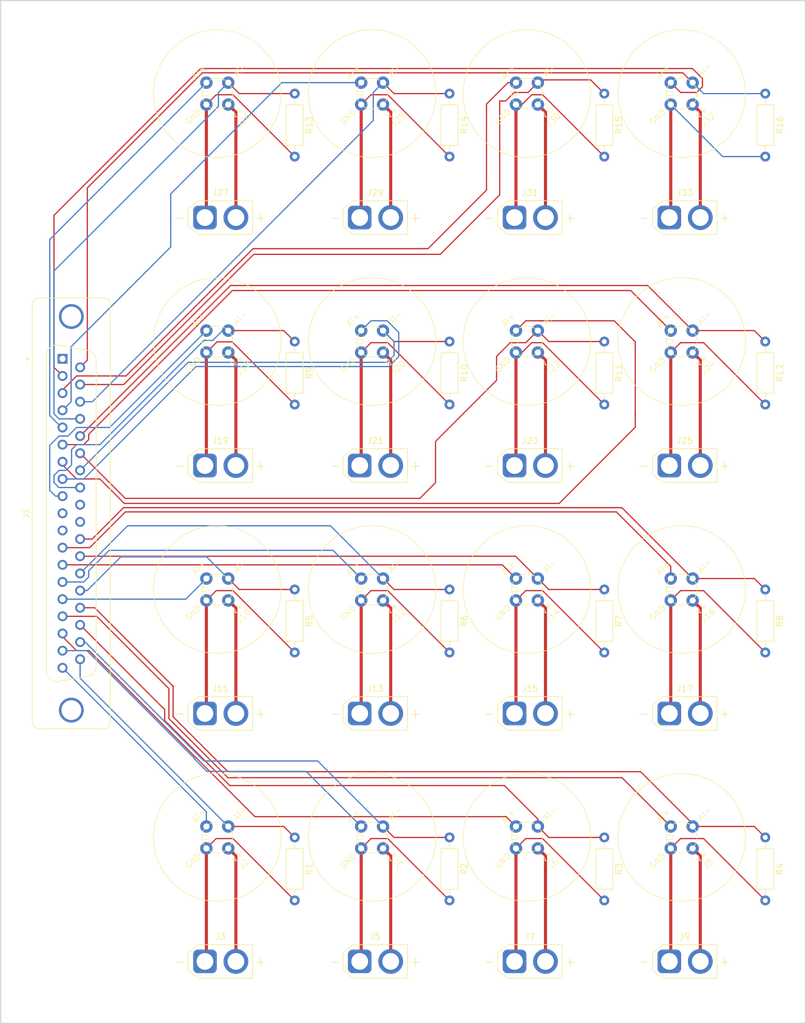
<source format=kicad_pcb>
(kicad_pcb (version 20241229) (generator "pcbnew") (generator_version "9.0")
  (title_block (title "AI Board Redesign 2025-2026") (date "2025-06-30") (rev "IR") (company "MST RDT"))
  (layers (0 "F.Cu" signal) (2 "B.Cu" signal) (13 "F.Paste" user) (15 "B.Paste" user) (5 "F.SilkS" user "F.Silkscreen") (7 "B.SilkS" user "B.Silkscreen") (1 "F.Mask" user) (3 "B.Mask" user) (25 "Edge.Cuts" user))
  (net 0 "")
  (net 1 "/AI9+")
  (net 2 "/AI15+")
  (net 3 "/AI1-")
  (net 4 "/AI12-")
  (net 5 "/NC")
  (net 6 "/AI14+")
  (net 7 "/COM")
  (net 8 "/AI0+")
  (net 9 "/AI3+")
  (net 10 "/AI10+")
  (net 11 "/AI2+")
  (net 12 "/AI2-")
  (net 13 "/AI3-")
  (net 14 "/AI1+")
  (net 15 "/AI5-")
  (net 16 "/AI7+")
  (net 17 "/AI13-")
  (net 18 "/AI8-")
  (net 19 "/AI6-")
  (net 20 "/AI6+")
  (net 21 "/AI10-")
  (net 22 "/AI5+")
  (net 23 "/AI13+")
  (net 24 "/AI12+")
  (net 25 "/AI4+")
  (net 26 "/AI14-")
  (net 27 "/AI7-")
  (net 28 "/AI0-")
  (net 29 "/AI11-")
  (net 31 "/AI9-")
  (net 32 "/AI4-")
  (net 33 "/AI15-")
  (net 34 "/AI11+")
  (net 35 "/AI8+")
  (net 36 "Net-(J2-Pin_3)")
  (net 37 "Net-(J2-Pin_4)")
  (net 38 "Net-(J4-Pin_3)")
  (net 39 "Net-(J4-Pin_4)")
  (net 40 "Net-(J6-Pin_4)")
  (net 41 "Net-(J6-Pin_3)")
  (net 42 "Net-(J8-Pin_4)")
  (net 43 "Net-(J8-Pin_3)")
  (net 44 "Net-(J10-Pin_3)")
  (net 45 "Net-(J10-Pin_4)")
  (net 46 "Net-(J12-Pin_4)")
  (net 47 "Net-(J12-Pin_3)")
  (net 48 "Net-(J14-Pin_4)")
  (net 49 "Net-(J14-Pin_3)")
  (net 50 "Net-(J16-Pin_4)")
  (net 51 "Net-(J16-Pin_3)")
  (net 52 "Net-(J18-Pin_4)")
  (net 53 "Net-(J18-Pin_3)")
  (net 54 "Net-(J20-Pin_4)")
  (net 55 "Net-(J20-Pin_3)")
  (net 56 "Net-(J22-Pin_4)")
  (net 57 "Net-(J22-Pin_3)")
  (net 58 "Net-(J24-Pin_3)")
  (net 59 "Net-(J24-Pin_4)")
  (net 60 "Net-(J26-Pin_3)")
  (net 61 "Net-(J26-Pin_4)")
  (net 62 "Net-(J28-Pin_3)")
  (net 63 "Net-(J28-Pin_4)")
  (net 64 "Net-(J30-Pin_4)")
  (net 65 "Net-(J30-Pin_3)")
  (net 66 "Net-(J32-Pin_4)")
  (net 67 "Net-(J32-Pin_3)")
  (footprint "Metric_Circular_Connectors:M12 A-Code Amphenol" (layer "F.Cu") (at 125 110 45)
    (property "Reference" "J16")
    (property "Value" "AI7 M12")
  )
  (footprint "Resistor_THT:R_Axial_DIN0207_L6.3mm_D2.5mm_P10.16mm_Horizontal" (layer "F.Cu") (at 138.5 70 -90)
    (property "Reference" "R12")
    (property "Value" "R")
  )
  (footprint "Metric_Circular_Connectors:M12 A-Code Amphenol" (layer "F.Cu") (at 100 70 45)
    (property "Reference" "J22")
    (property "Value" "AI10 M12")
  )
  (footprint "Connector_AMASS:AMASS_XT30U-F_1x02_P5.0mm_Vertical" (layer "F.Cu") (at 98 50)
    (property "Reference" "J31")
    (property "Value" "AI14 XT30")
  )
  (footprint "Connector_AMASS:AMASS_XT30U-F_1x02_P5.0mm_Vertical" (layer "F.Cu") (at 73 170)
    (property "Reference" "J5")
    (property "Value" "AI1 XT30")
  )
  (footprint "Metric_Circular_Connectors:M12 A-Code Amphenol" (layer "F.Cu") (at 125 30 45)
    (property "Reference" "J32")
    (property "Value" "AI15 M12")
  )
  (footprint "Metric_Circular_Connectors:M12 A-Code Amphenol" (layer "F.Cu") (at 50 110 45)
    (property "Reference" "J10")
    (property "Value" "AI4 M12")
  )
  (footprint "Metric_Circular_Connectors:M12 A-Code Amphenol" (layer "F.Cu") (at 100 150 45)
    (property "Reference" "J6")
    (property "Value" "AI2 M12")
  )
  (footprint "Metric_Circular_Connectors:M12 A-Code Amphenol" (layer "F.Cu") (at 50 70 45)
    (property "Reference" "J18")
    (property "Value" "AI8 M12")
  )
  (footprint "Connector_AMASS:AMASS_XT30U-F_1x02_P5.0mm_Vertical" (layer "F.Cu") (at 98 90)
    (property "Reference" "J23")
    (property "Value" "AI10 XT30")
  )
  (footprint "Metric_Circular_Connectors:M12 A-Code Amphenol" (layer "F.Cu") (at 50 30 45)
    (property "Reference" "J26")
    (property "Value" "AI12 M12")
  )
  (footprint "Resistor_THT:R_Axial_DIN0207_L6.3mm_D2.5mm_P10.16mm_Horizontal" (layer "F.Cu") (at 138.5 150 -90)
    (property "Reference" "R4")
    (property "Value" "R")
  )
  (footprint "Connector_Dsub:DSUB-37_Socket_Vertical_P2.77x2.84mm_MountingHoles" (layer "F.Cu") (at 25 72.78 90)
    (property "Reference" "J1")
    (property "Value" "DC37_Socket_MountingHoles")
  )
  (footprint "Resistor_THT:R_Axial_DIN0207_L6.3mm_D2.5mm_P10.16mm_Horizontal" (layer "F.Cu") (at 112.5 70 -90)
    (property "Reference" "R11")
    (property "Value" "R")
  )
  (footprint "Connector_AMASS:AMASS_XT30U-F_1x02_P5.0mm_Vertical" (layer "F.Cu") (at 123 50)
    (property "Reference" "J33")
    (property "Value" "AI15 XT30")
  )
  (footprint "Metric_Circular_Connectors:M12 A-Code Amphenol" (layer "F.Cu") (at 100 110 45)
    (property "Reference" "J14")
    (property "Value" "AI6 M12")
  )
  (footprint "Connector_AMASS:AMASS_XT30U-F_1x02_P5.0mm_Vertical" (layer "F.Cu") (at 48 130)
    (property "Reference" "J11")
    (property "Value" "AI4 XT30")
  )
  (footprint "Metric_Circular_Connectors:M12 A-Code Amphenol" (layer "F.Cu") (at 125 70 45)
    (property "Reference" "J24")
    (property "Value" "AI11 M12")
  )
  (footprint "Metric_Circular_Connectors:M12 A-Code Amphenol" (layer "F.Cu") (at 75 30 45)
    (property "Reference" "J28")
    (property "Value" "AI13 M12")
  )
  (footprint "Connector_AMASS:AMASS_XT30U-F_1x02_P5.0mm_Vertical" (layer "F.Cu") (at 48 90)
    (property "Reference" "J19")
    (property "Value" "AI8 XT30")
  )
  (footprint "Metric_Circular_Connectors:M12 A-Code Amphenol" (layer "F.Cu") (at 75 110 45)
    (property "Reference" "J12")
    (property "Value" "AI5 M12")
  )
  (footprint "Resistor_THT:R_Axial_DIN0207_L6.3mm_D2.5mm_P10.16mm_Horizontal" (layer "F.Cu") (at 87.5 150 -90)
    (property "Reference" "R2")
    (property "Value" "R")
  )
  (footprint "Metric_Circular_Connectors:M12 A-Code Amphenol" (layer "F.Cu") (at 75 70 45)
    (property "Reference" "J20")
    (property "Value" "AI9 M12")
  )
  (footprint "Connector_AMASS:AMASS_XT30U-F_1x02_P5.0mm_Vertical" (layer "F.Cu") (at 73 130)
    (property "Reference" "J13")
    (property "Value" "AI5 XT30")
  )
  (footprint "Resistor_THT:R_Axial_DIN0207_L6.3mm_D2.5mm_P10.16mm_Horizontal" (layer "F.Cu") (at 87.5 70 -90)
    (property "Reference" "R10")
    (property "Value" "R")
  )
  (footprint "Resistor_THT:R_Axial_DIN0207_L6.3mm_D2.5mm_P10.16mm_Horizontal" (layer "F.Cu") (at 138.5 30 -90)
    (property "Reference" "R16")
    (property "Value" "R")
  )
  (footprint "Connector_AMASS:AMASS_XT30U-F_1x02_P5.0mm_Vertical" (layer "F.Cu") (at 98 170)
    (property "Reference" "J7")
    (property "Value" "AI2 XT30")
  )
  (footprint "Resistor_THT:R_Axial_DIN0207_L6.3mm_D2.5mm_P10.16mm_Horizontal" (layer "F.Cu") (at 87.5 110 -90)
    (property "Reference" "R6")
    (property "Value" "R")
  )
  (footprint "Connector_AMASS:AMASS_XT30U-F_1x02_P5.0mm_Vertical" (layer "F.Cu") (at 73 90)
    (property "Reference" "J21")
    (property "Value" "AI9 XT30")
  )
  (footprint "Resistor_THT:R_Axial_DIN0207_L6.3mm_D2.5mm_P10.16mm_Horizontal" (layer "F.Cu") (at 138.5 110 -90)
    (property "Reference" "R8")
    (property "Value" "R")
  )
  (footprint "Resistor_THT:R_Axial_DIN0207_L6.3mm_D2.5mm_P10.16mm_Horizontal" (layer "F.Cu") (at 87.5 30 -90)
    (property "Reference" "R14")
    (property "Value" "R")
  )
  (footprint "Resistor_THT:R_Axial_DIN0207_L6.3mm_D2.5mm_P10.16mm_Horizontal" (layer "F.Cu") (at 112.5 30 -90)
    (property "Reference" "R15")
    (property "Value" "R")
  )
  (footprint "Connector_AMASS:AMASS_XT30U-F_1x02_P5.0mm_Vertical" (layer "F.Cu") (at 48 170)
    (property "Reference" "J3")
    (property "Value" "AI0 XT30")
  )
  (footprint "Metric_Circular_Connectors:M12 A-Code Amphenol" (layer "F.Cu") (at 75 150 45)
    (property "Reference" "J4")
    (property "Value" "AI1 M12")
  )
  (footprint "Metric_Circular_Connectors:M12 A-Code Amphenol" (layer "F.Cu") (at 50 150 45)
    (property "Reference" "J2")
    (property "Value" "AI0 M12")
  )
  (footprint "Connector_AMASS:AMASS_XT30U-F_1x02_P5.0mm_Vertical" (layer "F.Cu") (at 48 50)
    (property "Reference" "J27")
    (property "Value" "AI12 XT30")
  )
  (footprint "Connector_AMASS:AMASS_XT30U-F_1x02_P5.0mm_Vertical" (layer "F.Cu") (at 98 130)
    (property "Reference" "J15")
    (property "Value" "AI6 XT30")
  )
  (footprint "Connector_AMASS:AMASS_XT30U-F_1x02_P5.0mm_Vertical" (layer "F.Cu") (at 123 130)
    (property "Reference" "J17")
    (property "Value" "AI7 XT30")
  )
  (footprint "Connector_AMASS:AMASS_XT30U-F_1x02_P5.0mm_Vertical" (layer "F.Cu") (at 123 170)
    (property "Reference" "J9")
    (property "Value" "AI3 XT30")
  )
  (footprint "Connector_AMASS:AMASS_XT30U-F_1x02_P5.0mm_Vertical" (layer "F.Cu") (at 73 50)
    (property "Reference" "J29")
    (property "Value" "AI13 XT30")
  )
  (footprint "Connector_AMASS:AMASS_XT30U-F_1x02_P5.0mm_Vertical" (layer "F.Cu") (at 123 90)
    (property "Reference" "J25")
    (property "Value" "AI11 XT30")
  )
  (footprint "Resistor_THT:R_Axial_DIN0207_L6.3mm_D2.5mm_P10.16mm_Horizontal" (layer "F.Cu") (at 112.5 150 -90)
    (property "Reference" "R3")
    (property "Value" "R")
  )
  (footprint "Resistor_THT:R_Axial_DIN0207_L6.3mm_D2.5mm_P10.16mm_Horizontal" (layer "F.Cu") (at 112.5 110 -90)
    (property "Reference" "R7")
    (property "Value" "R")
  )
  (footprint "Metric_Circular_Connectors:M12 A-Code Amphenol" (layer "F.Cu") (at 100 30 45)
    (property "Reference" "J30")
    (property "Value" "AI14 M12")
  )
  (footprint "Resistor_THT:R_Axial_DIN0207_L6.3mm_D2.5mm_P10.16mm_Horizontal" (layer "F.Cu") (at 62.5 110 -90)
    (property "Reference" "R5")
    (property "Value" "R")
  )
  (footprint "Resistor_THT:R_Axial_DIN0207_L6.3mm_D2.5mm_P10.16mm_Horizontal" (layer "F.Cu") (at 62.5 70 -90)
    (property "Reference" "R9")
    (property "Value" "R")
  )
  (footprint "Resistor_THT:R_Axial_DIN0207_L6.3mm_D2.5mm_P10.16mm_Horizontal" (layer "F.Cu") (at 62.5 30 -90)
    (property "Reference" "R13")
    (property "Value" "R")
  )
  (footprint "Resistor_THT:R_Axial_DIN0207_L6.3mm_D2.5mm_P10.16mm_Horizontal" (layer "F.Cu") (at 62.5 150 -90)
    (property "Reference" "R1")
    (property "Value" "R")
  )
  (footprint "Metric_Circular_Connectors:M12 A-Code Amphenol" (layer "F.Cu") (at 125 150 45)
    (property "Reference" "J8")
    (property "Value" "AI3 M12")
  )
  (gr_rect (start 15 15) (end 145 180) (stroke (width 0.2)) (fill no) (layer "Edge.Cuts"))
  (segment (start 78.994 68.218917) (end 77.423716 66.648633) (width 0.2) (layer "B.Cu") (net 1))
  (segment (start 79.2988 68.523717) (end 78.994 68.218917) (width 0.2) (layer "B.Cu") (net 1))
  (segment (start 79.2988 72.443039) (end 79.2988 68.523717) (width 0.2) (layer "B.Cu") (net 1))
  (segment (start 46.546739 74.034967) (end 77.706872 74.034967) (width 0.2) (layer "B.Cu") (net 1))
  (segment (start 77.423716 66.648633) (end 74.815833 66.648633) (width 0.2) (layer "B.Cu") (net 1))
  (segment (start 28.411706 92.17) (end 46.546739 74.034967) (width 0.2) (layer "B.Cu") (net 1))
  (segment (start 25 92.17) (end 28.411706 92.17) (width 0.2) (layer "B.Cu") (net 1))
  (segment (start 74.815833 66.648633) (end 73.232233 68.232233) (width 0.2) (layer "B.Cu") (net 1))
  (segment (start 77.706872 74.034967) (end 79.2988 72.443039) (width 0.2) (layer "B.Cu") (net 1))
  (segment (start 128.351367 27.576284) (end 128.351367 28.888182) (width 0.2) (layer "F.Cu") (net 2))
  (segment (start 25 75.55) (end 23.6164 74.1664) (width 0.2) (layer "F.Cu") (net 2))
  (segment (start 23.6164 74.1664) (end 23.6164 49.641761) (width 0.2) (layer "F.Cu") (net 2))
  (segment (start 126.733883 25.9588) (end 128.351367 27.576284) (width 0.2) (layer "F.Cu") (net 2))
  (segment (start 124.815833 29.815833) (end 123.232233 28.232233) (width 0.2) (layer "F.Cu") (net 2))
  (segment (start 127.423716 29.815833) (end 124.815833 29.815833) (width 0.2) (layer "F.Cu") (net 2))
  (segment (start 23.6164 49.641761) (end 47.299361 25.9588) (width 0.2) (layer "F.Cu") (net 2))
  (segment (start 47.299361 25.9588) (end 126.733883 25.9588) (width 0.2) (layer "F.Cu") (net 2))
  (segment (start 128.351367 28.888182) (end 127.423716 29.815833) (width 0.2) (layer "F.Cu") (net 2))
  (segment (start 76.767767 148.232233) (end 78.535534 150) (width 0.2) (layer "F.Cu") (net 3))
  (segment (start 78.535534 150) (end 87.5 150) (width 0.2) (layer "F.Cu") (net 3))
  (segment (start 28.6706 118.485) (end 47.8536 137.668) (width 0.2) (layer "B.Cu") (net 3))
  (segment (start 27.84 118.485) (end 28.6706 118.485) (width 0.2) (layer "B.Cu") (net 3))
  (segment (start 47.8536 137.668) (end 66.203534 137.668) (width 0.2) (layer "B.Cu") (net 3))
  (segment (start 66.203534 137.668) (end 76.767767 148.232233) (width 0.2) (layer "B.Cu") (net 3))
  (segment (start 62.5 30) (end 53.535534 30) (width 0.2) (layer "F.Cu") (net 4))
  (segment (start 53.535534 30) (end 51.767767 28.232233) (width 0.2) (layer "F.Cu") (net 4))
  (segment (start 27.84 82.475) (end 24.428294 82.475) (width 0.2) (layer "B.Cu") (net 4))
  (segment (start 50.184167 32.055382) (end 50.184167 29.815833) (width 0.2) (layer "B.Cu") (net 4))
  (segment (start 23.6164 81.663106) (end 23.6164 58.623149) (width 0.2) (layer "B.Cu") (net 4))
  (segment (start 23.6164 58.623149) (end 50.184167 32.055382) (width 0.2) (layer "B.Cu") (net 4))
  (segment (start 24.428294 82.475) (end 23.6164 81.663106) (width 0.2) (layer "B.Cu") (net 4))
  (segment (start 50.184167 29.815833) (end 51.767767 28.232233) (width 0.2) (layer "B.Cu") (net 4))
  (segment (start 84.0232 55.0164) (end 93.472 45.5676) (width 0.2) (layer "F.Cu") (net 6))
  (segment (start 96.938967 28.232233) (end 98.232233 28.232233) (width 0.2) (layer "F.Cu") (net 6))
  (segment (start 55.7784 55.0164) (end 84.0232 55.0164) (width 0.2) (layer "F.Cu") (net 6))
  (segment (start 93.472 45.5676) (end 93.472 31.6992) (width 0.2) (layer "F.Cu") (net 6))
  (segment (start 27.266894 75.5486) (end 35.2462 75.5486) (width 0.2) (layer "F.Cu") (net 6))
  (segment (start 35.2462 75.5486) (end 55.7784 55.0164) (width 0.2) (layer "F.Cu") (net 6))
  (segment (start 93.472 31.6992) (end 96.938967 28.232233) (width 0.2) (layer "F.Cu") (net 6))
  (segment (start 25 78.32) (end 25 77.815494) (width 0.2) (layer "F.Cu") (net 6))
  (segment (start 25 77.815494) (end 27.266894 75.5486) (width 0.2) (layer "F.Cu") (net 6))
  (segment (start 48.232233 145.872233) (end 48.232233 148.232233) (width 0.2) (layer "B.Cu") (net 8))
  (segment (start 25 122.64) (end 48.232233 145.872233) (width 0.2) (layer "B.Cu") (net 8))
  (segment (start 115.3604 140.3604) (end 123.232233 148.232233) (width 0.2) (layer "F.Cu") (net 9))
  (segment (start 30.51 114.33) (end 42.177 125.997) (width 0.2) (layer "F.Cu") (net 9))
  (segment (start 25 114.33) (end 25 114.831706) (width 0.2) (layer "F.Cu") (net 9))
  (segment (start 51.712844 140.3604) (end 115.3604 140.3604) (width 0.2) (layer "F.Cu") (net 9))
  (segment (start 25 114.831706) (end 25.592075 114.239631) (width 0.2) (layer "F.Cu") (net 9))
  (segment (start 25 114.33) (end 30.51 114.33) (width 0.2) (layer "F.Cu") (net 9))
  (segment (start 42.177 130.824556) (end 51.712844 140.3604) (width 0.2) (layer "F.Cu") (net 9))
  (segment (start 42.177 125.997) (end 42.177 130.824556) (width 0.2) (layer "F.Cu") (net 9))
  (segment (start 31.026844 92.1686) (end 34.971844 96.1136) (width 0.2) (layer "F.Cu") (net 10))
  (segment (start 105.2068 96.1136) (end 117.5004 83.82) (width 0.2) (layer "F.Cu") (net 10))
  (segment (start 25 89.901706) (end 27.266894 92.1686) (width 0.2) (layer "F.Cu") (net 10))
  (segment (start 27.266894 92.1686) (end 31.026844 92.1686) (width 0.2) (layer "F.Cu") (net 10))
  (segment (start 117.5004 81.8388) (end 117.5004 81.725317) (width 0.2) (layer "F.Cu") (net 10))
  (segment (start 34.971844 96.1136) (end 105.2068 96.1136) (width 0.2) (layer "F.Cu") (net 10))
  (segment (start 99.815833 66.648633) (end 98.232233 68.232233) (width 0.2) (layer "F.Cu") (net 10))
  (segment (start 102.423716 66.648633) (end 99.815833 66.648633) (width 0.2) (layer "F.Cu") (net 10))
  (segment (start 117.5004 81.8388) (end 117.5004 70.0532) (width 0.2) (layer "F.Cu") (net 10))
  (segment (start 114.808 67.3608) (end 114.095833 66.648633) (width 0.2) (layer "F.Cu") (net 10))
  (segment (start 114.095833 66.648633) (end 102.0064 66.648633) (width 0.2) (layer "F.Cu") (net 10))
  (segment (start 117.5004 70.0532) (end 114.808 67.3608) (width 0.2) (layer "F.Cu") (net 10))
  (segment (start 25 89.4) (end 25 89.901706) (width 0.2) (layer "F.Cu") (net 10))
  (segment (start 117.5004 83.82) (end 117.5004 81.8388) (width 0.2) (layer "F.Cu") (net 10))
  (segment (start 27.266894 119.8686) (end 29.287532 119.8686) (width 0.2) (layer "F.Cu") (net 11))
  (segment (start 56.067565 146.648633) (end 96.648633 146.648633) (width 0.2) (layer "F.Cu") (net 11))
  (segment (start 29.287532 119.8686) (end 56.067565 146.648633) (width 0.2) (layer "F.Cu") (net 11))
  (segment (start 25 117.1) (end 25 117.601706) (width 0.2) (layer "F.Cu") (net 11))
  (segment (start 96.648633 146.648633) (end 98.232233 148.232233) (width 0.2) (layer "F.Cu") (net 11))
  (segment (start 25 117.601706) (end 27.266894 119.8686) (width 0.2) (layer "F.Cu") (net 11))
  (segment (start 103.535534 150) (end 101.767767 148.232233) (width 0.2) (layer "F.Cu") (net 12))
  (segment (start 41.4934 129.3684) (end 41.4934 131.107712) (width 0.2) (layer "F.Cu") (net 12))
  (segment (start 41.4934 131.107712) (end 52.016088 141.6304) (width 0.2) (layer "F.Cu") (net 12))
  (segment (start 52.016088 141.6304) (end 96.3676 141.6304) (width 0.2) (layer "F.Cu") (net 12))
  (segment (start 101.767767 147.030567) (end 101.767767 148.232233) (width 0.2) (layer "F.Cu") (net 12))
  (segment (start 96.3676 141.6304) (end 101.767767 147.030567) (width 0.2) (layer "F.Cu") (net 12))
  (segment (start 27.84 115.715) (end 41.4934 129.3684) (width 0.2) (layer "F.Cu") (net 12))
  (segment (start 112.5 150) (end 103.535534 150) (width 0.2) (layer "F.Cu") (net 12))
  (segment (start 138.5 150) (end 136.732233 148.232233) (width 0.2) (layer "F.Cu") (net 13))
  (segment (start 118.364 139.3952) (end 126.767767 147.798967) (width 0.2) (layer "F.Cu") (net 13))
  (segment (start 42.8606 130.5414) (end 51.7144 139.3952) (width 0.2) (layer "F.Cu") (net 13))
  (segment (start 51.7144 139.3952) (end 118.364 139.3952) (width 0.2) (layer "F.Cu") (net 13))
  (segment (start 42.8606 125.6138) (end 42.8606 130.5414) (width 0.2) (layer "F.Cu") (net 13))
  (segment (start 30.1918 112.945) (end 42.8606 125.6138) (width 0.2) (layer "F.Cu") (net 13))
  (segment (start 126.767767 147.798967) (end 126.767767 148.232233) (width 0.2) (layer "F.Cu") (net 13))
  (segment (start 136.732233 148.232233) (end 126.767767 148.232233) (width 0.2) (layer "F.Cu") (net 13))
  (segment (start 27.84 112.945) (end 30.1918 112.945) (width 0.2) (layer "F.Cu") (net 13))
  (segment (start 28.938 119.87) (end 46.3804 137.3124) (width 0.2) (layer "B.Cu") (net 14))
  (segment (start 48.3108 139.3444) (end 64.3444 139.3444) (width 0.2) (layer "B.Cu") (net 14))
  (segment (start 46.3804 137.414) (end 48.3108 139.3444) (width 0.2) (layer "B.Cu") (net 14))
  (segment (start 46.3804 137.3124) (end 46.3804 137.414) (width 0.2) (layer "B.Cu") (net 14))
  (segment (start 64.3444 139.3444) (end 73.232233 148.232233) (width 0.2) (layer "B.Cu") (net 14))
  (segment (start 25 119.87) (end 28.938 119.87) (width 0.2) (layer "B.Cu") (net 14))
  (segment (start 78.535534 110) (end 76.767767 108.232233) (width 0.2) (layer "F.Cu") (net 15))
  (segment (start 87.5 110) (end 78.535534 110) (width 0.2) (layer "F.Cu") (net 15))
  (segment (start 68.255934 99.7204) (end 76.767767 108.232233) (width 0.2) (layer "B.Cu") (net 15))
  (segment (start 27.84 107.405) (end 35.5246 99.7204) (width 0.2) (layer "B.Cu") (net 15))
  (segment (start 35.5246 99.7204) (end 68.255934 99.7204) (width 0.2) (layer "B.Cu") (net 15))
  (segment (start 25 103.25) (end 29.3844 103.25) (width 0.2) (layer "F.Cu") (net 16))
  (segment (start 114.448 97.4808) (end 123.232233 106.265033) (width 0.2) (layer "F.Cu") (net 16))
  (segment (start 29.3844 103.25) (end 35.1536 97.4808) (width 0.2) (layer "F.Cu") (net 16))
  (segment (start 123.232233 106.265033) (end 123.232233 108.232233) (width 0.2) (layer "F.Cu") (net 16))
  (segment (start 35.1536 97.4808) (end 114.448 97.4808) (width 0.2) (layer "F.Cu") (net 16))
  (segment (start 87.5 30) (end 78.535534 30) (width 0.2) (layer "F.Cu") (net 17))
  (segment (start 78.535534 30) (end 76.767767 28.232233) (width 0.2) (layer "F.Cu") (net 17))
  (segment (start 75.184167 34.340633) (end 75.184167 29.815833) (width 0.2) (layer "B.Cu") (net 17))
  (segment (start 29.8198 79.705) (end 75.184167 34.340633) (width 0.2) (layer "B.Cu") (net 17))
  (segment (start 27.84 79.705) (end 29.8198 79.705) (width 0.2) (layer "B.Cu") (net 17))
  (segment (start 75.184167 29.815833) (end 76.767767 28.232233) (width 0.2) (layer "B.Cu") (net 17))
  (segment (start 62.5 70) (end 60.732233 68.232233) (width 0.2) (layer "F.Cu") (net 18))
  (segment (start 60.732233 68.232233) (end 51.767767 68.232233) (width 0.2) (layer "F.Cu") (net 18))
  (segment (start 49.259367 69.815833) (end 50.842967 68.232233) (width 0.2) (layer "B.Cu") (net 18))
  (segment (start 23.6164 92.743106) (end 23.6164 91.596894) (width 0.2) (layer "B.Cu") (net 18))
  (segment (start 26.4564 89.903106) (end 26.4564 87.441894) (width 0.2) (layer "B.Cu") (net 18))
  (segment (start 27.84 93.555) (end 24.428294 93.555) (width 0.2) (layer "B.Cu") (net 18))
  (segment (start 24.426894 90.7864) (end 25.573106 90.7864) (width 0.2) (layer "B.Cu") (net 18))
  (segment (start 47.842411 69.815833) (end 49.259367 69.815833) (width 0.2) (layer "B.Cu") (net 18))
  (segment (start 26.4564 87.441894) (end 27.266894 86.6314) (width 0.2) (layer "B.Cu") (net 18))
  (segment (start 25.573106 90.7864) (end 26.4564 89.903106) (width 0.2) (layer "B.Cu") (net 18))
  (segment (start 23.6164 91.596894) (end 24.426894 90.7864) (width 0.2) (layer "B.Cu") (net 18))
  (segment (start 31.026844 86.6314) (end 47.842411 69.815833) (width 0.2) (layer "B.Cu") (net 18))
  (segment (start 50.842967 68.232233) (end 51.767767 68.232233) (width 0.2) (layer "B.Cu") (net 18))
  (segment (start 24.428294 93.555) (end 23.6164 92.743106) (width 0.2) (layer "B.Cu") (net 18))
  (segment (start 27.266894 86.6314) (end 31.026844 86.6314) (width 0.2) (layer "B.Cu") (net 18))
  (segment (start 103.535534 110) (end 101.767767 108.232233) (width 0.2) (layer "F.Cu") (net 19))
  (segment (start 112.5 110) (end 103.535534 110) (width 0.2) (layer "F.Cu") (net 19))
  (segment (start 27.84 104.635) (end 98.170534 104.635) (width 0.2) (layer "F.Cu") (net 19))
  (segment (start 98.170534 104.635) (end 101.767767 108.232233) (width 0.2) (layer "F.Cu") (net 19))
  (segment (start 96.02 106.02) (end 98.232233 108.232233) (width 0.2) (layer "F.Cu") (net 20))
  (segment (start 25 106.02) (end 96.02 106.02) (width 0.2) (layer "F.Cu") (net 20))
  (segment (start 85.2424 86.106) (end 85.2424 92.7608) (width 0.2) (layer "F.Cu") (net 21))
  (segment (start 112.5 70) (end 103.535534 70) (width 0.2) (layer "F.Cu") (net 21))
  (segment (start 103.535534 70) (end 101.767767 68.232233) (width 0.2) (layer "F.Cu") (net 21))
  (segment (start 82.7024 95.3008) (end 35.1258 95.3008) (width 0.2) (layer "F.Cu") (net 21))
  (segment (start 35.1258 95.3008) (end 27.84 88.015) (width 0.2) (layer "F.Cu") (net 21))
  (segment (start 101.767767 68.232233) (end 99.815833 70.184167) (width 0.2) (layer "F.Cu") (net 21))
  (segment (start 85.2424 92.7608) (end 82.7024 95.3008) (width 0.2) (layer "F.Cu") (net 21))
  (segment (start 97.303433 70.184167) (end 95.0976 72.39) (width 0.2) (layer "F.Cu") (net 21))
  (segment (start 95.0976 72.39) (end 95.0976 76.2508) (width 0.2) (layer "F.Cu") (net 21))
  (segment (start 95.0976 76.2508) (end 85.2424 86.106) (width 0.2) (layer "F.Cu") (net 21))
  (segment (start 99.815833 70.184167) (end 97.303433 70.184167) (width 0.2) (layer "F.Cu") (net 21))
  (segment (start 29.2236 107.978106) (end 28.411706 108.79) (width 0.2) (layer "B.Cu") (net 22))
  (segment (start 28.411706 108.79) (end 25 108.79) (width 0.2) (layer "B.Cu") (net 22))
  (segment (start 73.232233 108.232233) (end 68.6828 103.6828) (width 0.2) (layer "B.Cu") (net 22))
  (segment (start 32.528956 103.6828) (end 29.2236 106.988156) (width 0.2) (layer "B.Cu") (net 22))
  (segment (start 29.2236 106.988156) (end 29.2236 107.978106) (width 0.2) (layer "B.Cu") (net 22))
  (segment (start 68.6828 103.6828) (end 32.528956 103.6828) (width 0.2) (layer "B.Cu") (net 22))
  (segment (start 25 81.09) (end 26.3836 79.7064) (width 0.2) (layer "B.Cu") (net 23))
  (segment (start 26.3836 70.829338) (end 42.4688 54.744138) (width 0.2) (layer "B.Cu") (net 23))
  (segment (start 42.4688 46.1772) (end 60.413767 28.232233) (width 0.2) (layer "B.Cu") (net 23))
  (segment (start 26.3836 79.7064) (end 26.3836 70.829338) (width 0.2) (layer "B.Cu") (net 23))
  (segment (start 60.413767 28.232233) (end 73.232233 28.232233) (width 0.2) (layer "B.Cu") (net 23))
  (segment (start 42.4688 54.744138) (end 42.4688 46.1772) (width 0.2) (layer "B.Cu") (net 23))
  (segment (start 22.9328 53.531666) (end 48.232233 28.232233) (width 0.2) (layer "B.Cu") (net 24))
  (segment (start 25 83.86) (end 24.846538 83.86) (width 0.2) (layer "B.Cu") (net 24))
  (segment (start 24.846538 83.86) (end 22.9328 81.946262) (width 0.2) (layer "B.Cu") (net 24))
  (segment (start 22.9328 81.946262) (end 22.9328 53.531666) (width 0.2) (layer "B.Cu") (net 24))
  (segment (start 44.904466 111.56) (end 48.232233 108.232233) (width 0.2) (layer "B.Cu") (net 25))
  (segment (start 25 111.56) (end 44.904466 111.56) (width 0.2) (layer "B.Cu") (net 25))
  (segment (start 55.88 55.9308) (end 86.0044 55.9308) (width 0.2) (layer "F.Cu") (net 26))
  (segment (start 95.6056 46.3296) (end 95.6056 31.1912) (width 0.2) (layer "F.Cu") (net 26))
  (segment (start 27.84 76.935) (end 34.8758 76.935) (width 0.2) (layer "F.Cu") (net 26))
  (segment (start 112.5 30) (end 110.2876 27.7876) (width 0.2) (layer "F.Cu") (net 26))
  (segment (start 96.569251 31.1912) (end 97.944618 29.815833) (width 0.2) (layer "F.Cu") (net 26))
  (segment (start 95.6056 31.1912) (end 96.569251 31.1912) (width 0.2) (layer "F.Cu") (net 26))
  (segment (start 102.2124 27.7876) (end 101.767767 28.232233) (width 0.2) (layer "F.Cu") (net 26))
  (segment (start 34.8758 76.935) (end 55.88 55.9308) (width 0.2) (layer "F.Cu") (net 26))
  (segment (start 97.944618 29.815833) (end 100.184167 29.815833) (width 0.2) (layer "F.Cu") (net 26))
  (segment (start 110.2876 27.7876) (end 102.2124 27.7876) (width 0.2) (layer "F.Cu") (net 26))
  (segment (start 100.184167 29.815833) (end 101.767767 28.232233) (width 0.2) (layer "F.Cu") (net 26))
  (segment (start 86.0044 55.9308) (end 95.6056 46.3296) (width 0.2) (layer "F.Cu") (net 26))
  (segment (start 138.5 110) (end 136.732233 108.232233) (width 0.2) (layer "F.Cu") (net 27))
  (segment (start 34.8488 96.7972) (end 115.332734 96.7972) (width 0.2) (layer "F.Cu") (net 27))
  (segment (start 29.781 101.865) (end 34.8488 96.7972) (width 0.2) (layer "F.Cu") (net 27))
  (segment (start 136.732233 108.232233) (end 126.767767 108.232233) (width 0.2) (layer "F.Cu") (net 27))
  (segment (start 115.332734 96.7972) (end 126.767767 108.232233) (width 0.2) (layer "F.Cu") (net 27))
  (segment (start 27.84 101.865) (end 29.781 101.865) (width 0.2) (layer "F.Cu") (net 27))
  (segment (start 51.767767 148.232233) (end 51.769934 148.2344) (width 0.2) (layer "F.Cu") (net 28))
  (segment (start 51.769934 148.2344) (end 60.7344 148.2344) (width 0.2) (layer "F.Cu") (net 28))
  (segment (start 60.7344 148.2344) (end 62.5 150) (width 0.2) (layer "F.Cu") (net 28))
  (segment (start 27.84 121.255) (end 27.84 124.304466) (width 0.2) (layer "B.Cu") (net 28))
  (segment (start 27.84 124.304466) (end 51.767767 148.232233) (width 0.2) (layer "B.Cu") (net 28))
  (segment (start 138.5 70) (end 136.732233 68.232233) (width 0.2) (layer "F.Cu") (net 29))
  (segment (start 119.495534 60.96) (end 126.767767 68.232233) (width 0.2) (layer "F.Cu") (net 29))
  (segment (start 52.125 60.96) (end 119.495534 60.96) (width 0.2) (layer "F.Cu") (net 29))
  (segment (start 27.84 85.245) (end 52.125 60.96) (width 0.2) (layer "F.Cu") (net 29))
  (segment (start 136.732233 68.232233) (end 126.767767 68.232233) (width 0.2) (layer "F.Cu") (net 29))
  (segment (start 78.535534 70) (end 76.767767 68.232233) (width 0.2) (layer "F.Cu") (net 31))
  (segment (start 87.5 70) (end 78.535534 70) (width 0.2) (layer "F.Cu") (net 31))
  (segment (start 45.273633 73.351367) (end 77.423716 73.351367) (width 0.2) (layer "B.Cu") (net 31))
  (segment (start 78.5368 72.238283) (end 78.5368 70.001266) (width 0.2) (layer "B.Cu") (net 31))
  (segment (start 27.84 90.785) (end 45.273633 73.351367) (width 0.2) (layer "B.Cu") (net 31))
  (segment (start 78.5368 70.001266) (end 76.767767 68.232233) (width 0.2) (layer "B.Cu") (net 31))
  (segment (start 77.423716 73.351367) (end 78.5368 72.238283) (width 0.2) (layer "B.Cu") (net 31))
  (segment (start 53.535534 110) (end 51.767767 108.232233) (width 0.2) (layer "F.Cu") (net 32))
  (segment (start 62.5 110) (end 53.535534 110) (width 0.2) (layer "F.Cu") (net 32))
  (segment (start 48.285134 104.7496) (end 34.39677 104.7496) (width 0.2) (layer "B.Cu") (net 32))
  (segment (start 51.767767 108.232233) (end 48.285134 104.7496) (width 0.2) (layer "B.Cu") (net 32))
  (segment (start 28.97137 110.175) (end 27.84 110.175) (width 0.2) (layer "B.Cu") (net 32))
  (segment (start 34.39677 104.7496) (end 28.97137 110.175) (width 0.2) (layer "B.Cu") (net 32))
  (segment (start 29.0036 73.0014) (end 29.0036 45.221317) (width 0.2) (layer "F.Cu") (net 33))
  (segment (start 47.576284 26.648633) (end 125.184167 26.648633) (width 0.2) (layer "F.Cu") (net 33))
  (segment (start 29.0036 45.221317) (end 47.576284 26.648633) (width 0.2) (layer "F.Cu") (net 33))
  (segment (start 125.184167 26.648633) (end 126.767767 28.232233) (width 0.2) (layer "F.Cu") (net 33))
  (segment (start 27.84 74.165) (end 29.0036 73.0014) (width 0.2) (layer "F.Cu") (net 33))
  (segment (start 138.5 30) (end 128.535534 30) (width 0.2) (layer "B.Cu") (net 33))
  (segment (start 128.535534 30) (end 126.767767 28.232233) (width 0.2) (layer "B.Cu") (net 33))
  (segment (start 52.4256 61.7728) (end 116.7728 61.7728) (width 0.2) (layer "F.Cu") (net 34))
  (segment (start 28.411706 86.63) (end 29.2236 85.818106) (width 0.2) (layer "F.Cu") (net 34))
  (segment (start 116.7728 61.7728) (end 123.232233 68.232233) (width 0.2) (layer "F.Cu") (net 34))
  (segment (start 25 86.63) (end 28.411706 86.63) (width 0.2) (layer "F.Cu") (net 34))
  (segment (start 29.2236 85.818106) (end 29.2236 84.9748) (width 0.2) (layer "F.Cu") (net 34))
  (segment (start 29.2236 84.9748) (end 52.4256 61.7728) (width 0.2) (layer "F.Cu") (net 34))
  (segment (start 32.603066 83.8614) (end 48.232233 68.232233) (width 0.2) (layer "B.Cu") (net 35))
  (segment (start 23.86863 94.94) (end 22.9328 94.00417) (width 0.2) (layer "B.Cu") (net 35))
  (segment (start 22.9328 86.740494) (end 24.426894 85.2464) (width 0.2) (layer "B.Cu") (net 35))
  (segment (start 25 94.94) (end 23.86863 94.94) (width 0.2) (layer "B.Cu") (net 35))
  (segment (start 27.266894 83.8614) (end 32.603066 83.8614) (width 0.2) (layer "B.Cu") (net 35))
  (segment (start 25.881894 85.2464) (end 27.266894 83.8614) (width 0.2) (layer "B.Cu") (net 35))
  (segment (start 22.9328 94.00417) (end 22.9328 86.740494) (width 0.2) (layer "B.Cu") (net 35))
  (segment (start 24.426894 85.2464) (end 25.881894 85.2464) (width 0.2) (layer "B.Cu") (net 35))
  (segment (start 51.767767 151.767767) (end 53 153) (width 0.5) (layer "F.Cu") (net 36))
  (segment (start 53 153) (end 53 170) (width 0.5) (layer "F.Cu") (net 36))
  (segment (start 49.815833 150.184167) (end 48.232233 151.767767) (width 0.2) (layer "F.Cu") (net 37))
  (segment (start 52.524167 150.184167) (end 49.815833 150.184167) (width 0.2) (layer "F.Cu") (net 37))
  (segment (start 62.5 160.16) (end 52.524167 150.184167) (width 0.2) (layer "F.Cu") (net 37))
  (segment (start 48.232233 151.767767) (end 48.232233 169.767767) (width 0.5) (layer "F.Cu") (net 37))
  (segment (start 48.232233 169.767767) (end 48 170) (width 0.5) (layer "F.Cu") (net 37))
  (segment (start 78 153) (end 78 170) (width 0.5) (layer "F.Cu") (net 38))
  (segment (start 76.767767 151.767767) (end 78 153) (width 0.5) (layer "F.Cu") (net 38))
  (segment (start 73.232233 169.767767) (end 73 170) (width 0.5) (layer "F.Cu") (net 39))
  (segment (start 77.524167 150.184167) (end 74.815833 150.184167) (width 0.2) (layer "F.Cu") (net 39))
  (segment (start 74.815833 150.184167) (end 73.232233 151.767767) (width 0.2) (layer "F.Cu") (net 39))
  (segment (start 87.5 160.16) (end 77.524167 150.184167) (width 0.2) (layer "F.Cu") (net 39))
  (segment (start 73.232233 151.767767) (end 73.232233 169.767767) (width 0.5) (layer "F.Cu") (net 39))
  (segment (start 98.232233 169.767767) (end 98 170) (width 0.5) (layer "F.Cu") (net 40))
  (segment (start 102.524167 150.184167) (end 99.815833 150.184167) (width 0.2) (layer "F.Cu") (net 40))
  (segment (start 112.5 160.16) (end 102.524167 150.184167) (width 0.2) (layer "F.Cu") (net 40))
  (segment (start 99.815833 150.184167) (end 98.232233 151.767767) (width 0.2) (layer "F.Cu") (net 40))
  (segment (start 98.232233 151.767767) (end 98.232233 169.767767) (width 0.5) (layer "F.Cu") (net 40))
  (segment (start 101.767767 151.767767) (end 103 153) (width 0.5) (layer "F.Cu") (net 41))
  (segment (start 103 153) (end 103 170) (width 0.5) (layer "F.Cu") (net 41))
  (segment (start 124.815833 150.184167) (end 123.232233 151.767767) (width 0.2) (layer "F.Cu") (net 42))
  (segment (start 123.232233 169.767767) (end 123 170) (width 0.5) (layer "F.Cu") (net 42))
  (segment (start 128.524167 150.184167) (end 124.815833 150.184167) (width 0.2) (layer "F.Cu") (net 42))
  (segment (start 138.5 160.16) (end 128.524167 150.184167) (width 0.2) (layer "F.Cu") (net 42))
  (segment (start 123.232233 151.767767) (end 123.232233 169.767767) (width 0.5) (layer "F.Cu") (net 42))
  (segment (start 128 153) (end 128 170) (width 0.5) (layer "F.Cu") (net 43))
  (segment (start 126.767767 151.767767) (end 128 153) (width 0.5) (layer "F.Cu") (net 43))
  (segment (start 53 113) (end 53 130) (width 0.5) (layer "F.Cu") (net 44))
  (segment (start 51.767767 111.767767) (end 53 113) (width 0.5) (layer "F.Cu") (net 44))
  (segment (start 49.815833 110.184167) (end 48.232233 111.767767) (width 0.2) (layer "F.Cu") (net 45))
  (segment (start 48.232233 111.767767) (end 48.232233 129.767767) (width 0.5) (layer "F.Cu") (net 45))
  (segment (start 48.232233 129.767767) (end 48 130) (width 0.5) (layer "F.Cu") (net 45))
  (segment (start 52.524167 110.184167) (end 49.815833 110.184167) (width 0.2) (layer "F.Cu") (net 45))
  (segment (start 62.5 120.16) (end 52.524167 110.184167) (width 0.2) (layer "F.Cu") (net 45))
  (segment (start 87.5 120.16) (end 77.524167 110.184167) (width 0.2) (layer "F.Cu") (net 46))
  (segment (start 74.815833 110.184167) (end 73.232233 111.767767) (width 0.2) (layer "F.Cu") (net 46))
  (segment (start 73.232233 111.767767) (end 73.232233 129.767767) (width 0.5) (layer "F.Cu") (net 46))
  (segment (start 77.524167 110.184167) (end 74.815833 110.184167) (width 0.2) (layer "F.Cu") (net 46))
  (segment (start 73.232233 129.767767) (end 73 130) (width 0.5) (layer "F.Cu") (net 46))
  (segment (start 76.767767 111.767767) (end 78 113) (width 0.5) (layer "F.Cu") (net 47))
  (segment (start 78 113) (end 78 130) (width 0.5) (layer "F.Cu") (net 47))
  (segment (start 102.524167 110.184167) (end 99.815833 110.184167) (width 0.2) (layer "F.Cu") (net 48))
  (segment (start 98.232233 129.767767) (end 98 130) (width 0.5) (layer "F.Cu") (net 48))
  (segment (start 98.232233 111.767767) (end 98.232233 129.767767) (width 0.5) (layer "F.Cu") (net 48))
  (segment (start 112.5 120.16) (end 102.524167 110.184167) (width 0.2) (layer "F.Cu") (net 48))
  (segment (start 99.815833 110.184167) (end 98.232233 111.767767) (width 0.2) (layer "F.Cu") (net 48))
  (segment (start 103 113) (end 103 130) (width 0.5) (layer "F.Cu") (net 49))
  (segment (start 101.767767 111.767767) (end 103 113) (width 0.5) (layer "F.Cu") (net 49))
  (segment (start 123.232233 111.767767) (end 123.232233 129.767767) (width 0.5) (layer "F.Cu") (net 50))
  (segment (start 123.232233 129.767767) (end 123 130) (width 0.5) (layer "F.Cu") (net 50))
  (segment (start 124.815833 110.184167) (end 123.232233 111.767767) (width 0.2) (layer "F.Cu") (net 50))
  (segment (start 128.524167 110.184167) (end 124.815833 110.184167) (width 0.2) (layer "F.Cu") (net 50))
  (segment (start 138.5 120.16) (end 128.524167 110.184167) (width 0.2) (layer "F.Cu") (net 50))
  (segment (start 128 113) (end 128 130) (width 0.5) (layer "F.Cu") (net 51))
  (segment (start 126.767767 111.767767) (end 128 113) (width 0.5) (layer "F.Cu") (net 51))
  (segment (start 52.3932 70.0532) (end 49.9468 70.0532) (width 0.2) (layer "F.Cu") (net 52))
  (segment (start 62.5 80.16) (end 52.3932 70.0532) (width 0.2) (layer "F.Cu") (net 52))
  (segment (start 48.232233 89.767767) (end 48 90) (width 0.5) (layer "F.Cu") (net 52))
  (segment (start 49.9468 70.0532) (end 48.232233 71.767767) (width 0.2) (layer "F.Cu") (net 52))
  (segment (start 48.232233 71.767767) (end 48.232233 89.767767) (width 0.5) (layer "F.Cu") (net 52))
  (segment (start 51.767767 71.767767) (end 53 73) (width 0.5) (layer "F.Cu") (net 53))
  (segment (start 53 73) (end 53 90) (width 0.5) (layer "F.Cu") (net 53))
  (segment (start 74.815833 70.184167) (end 73.232233 71.767767) (width 0.2) (layer "F.Cu") (net 54))
  (segment (start 73.232233 71.767767) (end 73.232233 89.767767) (width 0.5) (layer "F.Cu") (net 54))
  (segment (start 73.232233 89.767767) (end 73 90) (width 0.5) (layer "F.Cu") (net 54))
  (segment (start 87.5 80.16) (end 77.524167 70.184167) (width 0.2) (layer "F.Cu") (net 54))
  (segment (start 77.524167 70.184167) (end 74.815833 70.184167) (width 0.2) (layer "F.Cu") (net 54))
  (segment (start 78 73) (end 78 90) (width 0.5) (layer "F.Cu") (net 55))
  (segment (start 76.767767 71.767767) (end 78 73) (width 0.5) (layer "F.Cu") (net 55))
  (segment (start 98.232233 71.767767) (end 98.232233 89.767767) (width 0.5) (layer "F.Cu") (net 56))
  (segment (start 112.5 80.16) (end 102.524167 70.184167) (width 0.2) (layer "F.Cu") (net 56))
  (segment (start 100.782589 70.184167) (end 99.198989 71.767767) (width 0.2) (layer "F.Cu") (net 56))
  (segment (start 98.232233 89.767767) (end 98 90) (width 0.5) (layer "F.Cu") (net 56))
  (segment (start 102.524167 70.184167) (end 100.782589 70.184167) (width 0.2) (layer "F.Cu") (net 56))
  (segment (start 99.198989 71.767767) (end 98.232233 71.767767) (width 0.2) (layer "F.Cu") (net 56))
  (segment (start 101.767767 71.767767) (end 103 73) (width 0.5) (layer "F.Cu") (net 57))
  (segment (start 103 73) (end 103 90) (width 0.5) (layer "F.Cu") (net 57))
  (segment (start 126.767767 71.767767) (end 128 73) (width 0.5) (layer "F.Cu") (net 58))
  (segment (start 128 73) (end 128 90) (width 0.5) (layer "F.Cu") (net 58))
  (segment (start 128.524167 70.184167) (end 124.815833 70.184167) (width 0.2) (layer "F.Cu") (net 59))
  (segment (start 138.5 80.16) (end 128.524167 70.184167) (width 0.2) (layer "F.Cu") (net 59))
  (segment (start 123.232233 71.767767) (end 123.232233 89.767767) (width 0.5) (layer "F.Cu") (net 59))
  (segment (start 123.232233 89.767767) (end 123 90) (width 0.5) (layer "F.Cu") (net 59))
  (segment (start 124.815833 70.184167) (end 123.232233 71.767767) (width 0.2) (layer "F.Cu") (net 59))
  (segment (start 51.767767 31.767767) (end 53 33) (width 0.5) (layer "F.Cu") (net 60))
  (segment (start 53 33) (end 53 50) (width 0.5) (layer "F.Cu") (net 60))
  (segment (start 52.524167 30.184167) (end 49.815833 30.184167) (width 0.2) (layer "F.Cu") (net 61))
  (segment (start 48.232233 49.767767) (end 48 50) (width 0.5) (layer "F.Cu") (net 61))
  (segment (start 48.232233 31.767767) (end 48.232233 49.767767) (width 0.5) (layer "F.Cu") (net 61))
  (segment (start 49.815833 30.184167) (end 48.232233 31.767767) (width 0.2) (layer "F.Cu") (net 61))
  (segment (start 62.5 40.16) (end 52.524167 30.184167) (width 0.2) (layer "F.Cu") (net 61))
  (segment (start 78 33) (end 78 50) (width 0.5) (layer "F.Cu") (net 62))
  (segment (start 76.767767 31.767767) (end 78 33) (width 0.5) (layer "F.Cu") (net 62))
  (segment (start 74.815833 30.184167) (end 73.232233 31.767767) (width 0.2) (layer "F.Cu") (net 63))
  (segment (start 73.232233 31.767767) (end 73.232233 49.767767) (width 0.5) (layer "F.Cu") (net 63))
  (segment (start 87.5 40.16) (end 77.524167 30.184167) (width 0.2) (layer "F.Cu") (net 63))
  (segment (start 77.524167 30.184167) (end 74.815833 30.184167) (width 0.2) (layer "F.Cu") (net 63))
  (segment (start 73.232233 49.767767) (end 73 50) (width 0.5) (layer "F.Cu") (net 63))
  (segment (start 98.232233 49.767767) (end 98 50) (width 0.5) (layer "F.Cu") (net 64))
  (segment (start 99.198989 31.767767) (end 98.232233 31.767767) (width 0.2) (layer "F.Cu") (net 64))
  (segment (start 100.782589 30.184167) (end 99.198989 31.767767) (width 0.2) (layer "F.Cu") (net 64))
  (segment (start 112.5 40.16) (end 102.524167 30.184167) (width 0.2) (layer "F.Cu") (net 64))
  (segment (start 102.524167 30.184167) (end 100.782589 30.184167) (width 0.2) (layer "F.Cu") (net 64))
  (segment (start 98.232233 31.767767) (end 98.232233 49.767767) (width 0.5) (layer "F.Cu") (net 64))
  (segment (start 101.767767 31.767767) (end 103 33) (width 0.5) (layer "F.Cu") (net 65))
  (segment (start 103 33) (end 103 50) (width 0.5) (layer "F.Cu") (net 65))
  (segment (start 123.232233 31.767767) (end 123.232233 49.767767) (width 0.5) (layer "F.Cu") (net 66))
  (segment (start 123.232233 49.767767) (end 123 50) (width 0.5) (layer "F.Cu") (net 66))
  (segment (start 138.5 40.16) (end 131.624466 40.16) (width 0.2) (layer "B.Cu") (net 66))
  (segment (start 131.624466 40.16) (end 123.232233 31.767767) (width 0.2) (layer "B.Cu") (net 66))
  (segment (start 126.767767 31.767767) (end 128 33) (width 0.5) (layer "F.Cu") (net 67))
  (segment (start 128 33) (end 128 50) (width 0.5) (layer "F.Cu") (net 67))
)
</source>
